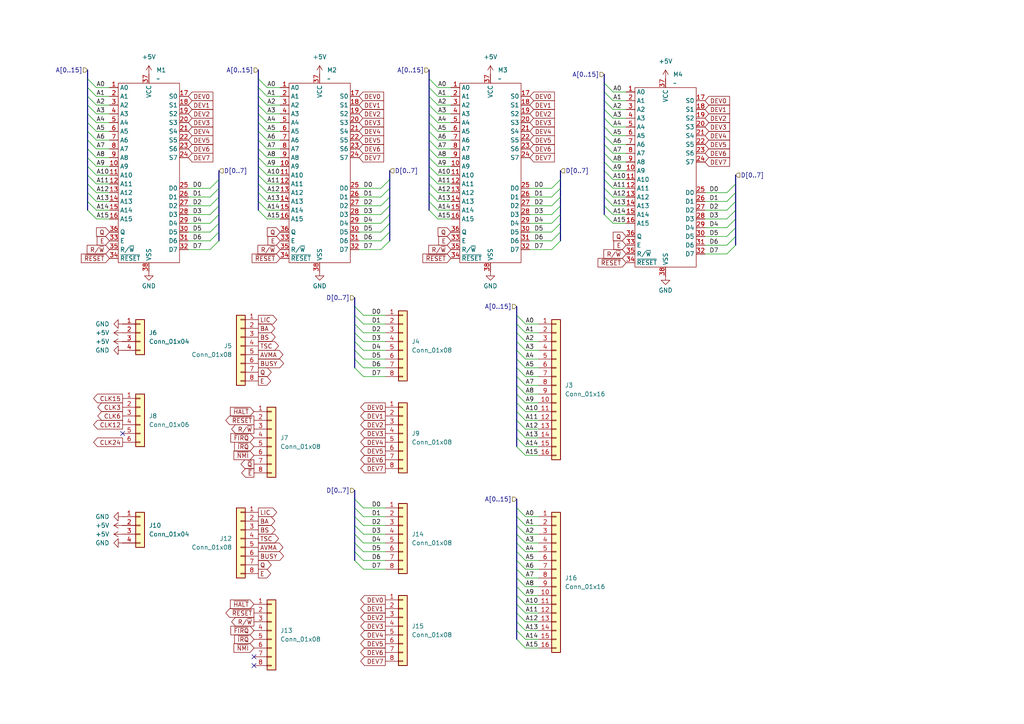
<source format=kicad_sch>
(kicad_sch (version 20250114) (generator "eeschema") (generator_version "9.0")
  (paper "A4")
  (no_connect (at 73.66 190.5))
  (no_connect (at 35.56 125.73))
  (no_connect (at 73.66 193.04))
  (bus_entry (at 149.86 106.68) (size 2.54 2.54))
  (bus_entry (at 124.46 33.02) (size 2.54 2.54))
  (bus_entry (at 149.86 147.32) (size 2.54 2.54))
  (bus_entry (at 149.86 104.14) (size 2.54 2.54))
  (bus_entry (at 74.93 50.8) (size 2.54 2.54))
  (bus_entry (at 74.93 60.96) (size 2.54 2.54))
  (bus_entry (at 213.36 60.96) (size -2.54 2.54))
  (bus_entry (at 149.86 165.1) (size 2.54 2.54))
  (bus_entry (at 149.86 109.22) (size 2.54 2.54))
  (bus_entry (at 25.4 22.86) (size 2.54 2.54))
  (bus_entry (at 74.93 33.02) (size 2.54 2.54))
  (bus_entry (at 124.46 60.96) (size 2.54 2.54))
  (bus_entry (at 175.26 62.23) (size 2.54 2.54))
  (bus_entry (at 149.86 99.06) (size 2.54 2.54))
  (bus_entry (at 74.93 25.4) (size 2.54 2.54))
  (bus_entry (at 175.26 39.37) (size 2.54 2.54))
  (bus_entry (at 149.86 162.56) (size 2.54 2.54))
  (bus_entry (at 175.26 41.91) (size 2.54 2.54))
  (bus_entry (at 149.86 149.86) (size 2.54 2.54))
  (bus_entry (at 175.26 54.61) (size 2.54 2.54))
  (bus_entry (at 175.26 29.21) (size 2.54 2.54))
  (bus_entry (at 25.4 40.64) (size 2.54 2.54))
  (bus_entry (at 63.5 54.61) (size -2.54 2.54))
  (bus_entry (at 25.4 58.42) (size 2.54 2.54))
  (bus_entry (at 124.46 48.26) (size 2.54 2.54))
  (bus_entry (at 25.4 43.18) (size 2.54 2.54))
  (bus_entry (at 124.46 45.72) (size 2.54 2.54))
  (bus_entry (at 175.26 59.69) (size 2.54 2.54))
  (bus_entry (at 124.46 35.56) (size 2.54 2.54))
  (bus_entry (at 25.4 55.88) (size 2.54 2.54))
  (bus_entry (at 124.46 30.48) (size 2.54 2.54))
  (bus_entry (at 175.26 26.67) (size 2.54 2.54))
  (bus_entry (at 113.03 54.61) (size -2.54 2.54))
  (bus_entry (at 25.4 33.02) (size 2.54 2.54))
  (bus_entry (at 162.56 59.69) (size -2.54 2.54))
  (bus_entry (at 25.4 38.1) (size 2.54 2.54))
  (bus_entry (at 113.03 57.15) (size -2.54 2.54))
  (bus_entry (at 149.86 175.26) (size 2.54 2.54))
  (bus_entry (at 124.46 22.86) (size 2.54 2.54))
  (bus_entry (at 162.56 64.77) (size -2.54 2.54))
  (bus_entry (at 149.86 172.72) (size 2.54 2.54))
  (bus_entry (at 175.26 44.45) (size 2.54 2.54))
  (bus_entry (at 149.86 180.34) (size 2.54 2.54))
  (bus_entry (at 124.46 25.4) (size 2.54 2.54))
  (bus_entry (at 113.03 62.23) (size -2.54 2.54))
  (bus_entry (at 149.86 91.44) (size 2.54 2.54))
  (bus_entry (at 113.03 64.77) (size -2.54 2.54))
  (bus_entry (at 124.46 27.94) (size 2.54 2.54))
  (bus_entry (at 25.4 48.26) (size 2.54 2.54))
  (bus_entry (at 175.26 31.75) (size 2.54 2.54))
  (bus_entry (at 74.93 22.86) (size 2.54 2.54))
  (bus_entry (at 113.03 69.85) (size -2.54 2.54))
  (bus_entry (at 102.87 152.4) (size 2.54 2.54))
  (bus_entry (at 102.87 162.56) (size 2.54 2.54))
  (bus_entry (at 102.87 147.32) (size 2.54 2.54))
  (bus_entry (at 149.86 157.48) (size 2.54 2.54))
  (bus_entry (at 149.86 129.54) (size 2.54 2.54))
  (bus_entry (at 63.5 59.69) (size -2.54 2.54))
  (bus_entry (at 149.86 170.18) (size 2.54 2.54))
  (bus_entry (at 149.86 114.3) (size 2.54 2.54))
  (bus_entry (at 149.86 116.84) (size 2.54 2.54))
  (bus_entry (at 63.5 69.85) (size -2.54 2.54))
  (bus_entry (at 63.5 67.31) (size -2.54 2.54))
  (bus_entry (at 74.93 53.34) (size 2.54 2.54))
  (bus_entry (at 162.56 62.23) (size -2.54 2.54))
  (bus_entry (at 102.87 99.06) (size 2.54 2.54))
  (bus_entry (at 149.86 96.52) (size 2.54 2.54))
  (bus_entry (at 25.4 53.34) (size 2.54 2.54))
  (bus_entry (at 149.86 182.88) (size 2.54 2.54))
  (bus_entry (at 74.93 30.48) (size 2.54 2.54))
  (bus_entry (at 175.26 36.83) (size 2.54 2.54))
  (bus_entry (at 25.4 45.72) (size 2.54 2.54))
  (bus_entry (at 124.46 58.42) (size 2.54 2.54))
  (bus_entry (at 102.87 154.94) (size 2.54 2.54))
  (bus_entry (at 102.87 93.98) (size 2.54 2.54))
  (bus_entry (at 102.87 106.68) (size 2.54 2.54))
  (bus_entry (at 102.87 88.9) (size 2.54 2.54))
  (bus_entry (at 102.87 157.48) (size 2.54 2.54))
  (bus_entry (at 102.87 160.02) (size 2.54 2.54))
  (bus_entry (at 162.56 67.31) (size -2.54 2.54))
  (bus_entry (at 213.36 53.34) (size -2.54 2.54))
  (bus_entry (at 175.26 46.99) (size 2.54 2.54))
  (bus_entry (at 124.46 55.88) (size 2.54 2.54))
  (bus_entry (at 149.86 177.8) (size 2.54 2.54))
  (bus_entry (at 149.86 167.64) (size 2.54 2.54))
  (bus_entry (at 175.26 24.13) (size 2.54 2.54))
  (bus_entry (at 149.86 111.76) (size 2.54 2.54))
  (bus_entry (at 113.03 67.31) (size -2.54 2.54))
  (bus_entry (at 102.87 149.86) (size 2.54 2.54))
  (bus_entry (at 149.86 124.46) (size 2.54 2.54))
  (bus_entry (at 213.36 55.88) (size -2.54 2.54))
  (bus_entry (at 149.86 127) (size 2.54 2.54))
  (bus_entry (at 74.93 45.72) (size 2.54 2.54))
  (bus_entry (at 213.36 68.58) (size -2.54 2.54))
  (bus_entry (at 175.26 57.15) (size 2.54 2.54))
  (bus_entry (at 74.93 55.88) (size 2.54 2.54))
  (bus_entry (at 175.26 34.29) (size 2.54 2.54))
  (bus_entry (at 113.03 52.07) (size -2.54 2.54))
  (bus_entry (at 149.86 160.02) (size 2.54 2.54))
  (bus_entry (at 149.86 93.98) (size 2.54 2.54))
  (bus_entry (at 74.93 43.18) (size 2.54 2.54))
  (bus_entry (at 74.93 40.64) (size 2.54 2.54))
  (bus_entry (at 162.56 52.07) (size -2.54 2.54))
  (bus_entry (at 124.46 53.34) (size 2.54 2.54))
  (bus_entry (at 149.86 152.4) (size 2.54 2.54))
  (bus_entry (at 102.87 96.52) (size 2.54 2.54))
  (bus_entry (at 149.86 119.38) (size 2.54 2.54))
  (bus_entry (at 63.5 64.77) (size -2.54 2.54))
  (bus_entry (at 213.36 58.42) (size -2.54 2.54))
  (bus_entry (at 102.87 144.78) (size 2.54 2.54))
  (bus_entry (at 162.56 57.15) (size -2.54 2.54))
  (bus_entry (at 74.93 27.94) (size 2.54 2.54))
  (bus_entry (at 113.03 59.69) (size -2.54 2.54))
  (bus_entry (at 175.26 49.53) (size 2.54 2.54))
  (bus_entry (at 124.46 43.18) (size 2.54 2.54))
  (bus_entry (at 124.46 40.64) (size 2.54 2.54))
  (bus_entry (at 25.4 25.4) (size 2.54 2.54))
  (bus_entry (at 63.5 62.23) (size -2.54 2.54))
  (bus_entry (at 162.56 69.85) (size -2.54 2.54))
  (bus_entry (at 213.36 66.04) (size -2.54 2.54))
  (bus_entry (at 102.87 104.14) (size 2.54 2.54))
  (bus_entry (at 149.86 101.6) (size 2.54 2.54))
  (bus_entry (at 124.46 38.1) (size 2.54 2.54))
  (bus_entry (at 102.87 91.44) (size 2.54 2.54))
  (bus_entry (at 162.56 54.61) (size -2.54 2.54))
  (bus_entry (at 149.86 154.94) (size 2.54 2.54))
  (bus_entry (at 25.4 50.8) (size 2.54 2.54))
  (bus_entry (at 63.5 52.07) (size -2.54 2.54))
  (bus_entry (at 213.36 63.5) (size -2.54 2.54))
  (bus_entry (at 102.87 101.6) (size 2.54 2.54))
  (bus_entry (at 25.4 27.94) (size 2.54 2.54))
  (bus_entry (at 74.93 38.1) (size 2.54 2.54))
  (bus_entry (at 74.93 35.56) (size 2.54 2.54))
  (bus_entry (at 124.46 50.8) (size 2.54 2.54))
  (bus_entry (at 25.4 60.96) (size 2.54 2.54))
  (bus_entry (at 25.4 35.56) (size 2.54 2.54))
  (bus_entry (at 63.5 57.15) (size -2.54 2.54))
  (bus_entry (at 74.93 48.26) (size 2.54 2.54))
  (bus_entry (at 74.93 58.42) (size 2.54 2.54))
  (bus_entry (at 25.4 30.48) (size 2.54 2.54))
  (bus_entry (at 175.26 52.07) (size 2.54 2.54))
  (bus_entry (at 149.86 121.92) (size 2.54 2.54))
  (bus_entry (at 213.36 71.12) (size -2.54 2.54))
  (bus_entry (at 149.86 185.42) (size 2.54 2.54))
  (wire (pts (xy 110.49 69.85) (xy 104.14 69.85)))
  (wire (pts (xy 27.94 50.8) (xy 31.75 50.8)))
  (bus (pts (xy 124.46 48.26) (xy 124.46 50.8)))
  (wire (pts (xy 81.28 43.18) (xy 77.47 43.18)))
  (bus (pts (xy 102.87 104.14) (xy 102.87 106.68)))
  (bus (pts (xy 124.46 20.32) (xy 124.46 22.86)))
  (wire (pts (xy 177.8 31.75) (xy 181.61 31.75)))
  (bus (pts (xy 124.46 33.02) (xy 124.46 35.56)))
  (wire (pts (xy 60.96 64.77) (xy 54.61 64.77)))
  (wire (pts (xy 130.81 53.34) (xy 127 53.34)))
  (bus (pts (xy 25.4 40.64) (xy 25.4 43.18)))
  (bus (pts (xy 25.4 45.72) (xy 25.4 48.26)))
  (wire (pts (xy 177.8 41.91) (xy 181.61 41.91)))
  (wire (pts (xy 27.94 40.64) (xy 31.75 40.64)))
  (bus (pts (xy 162.56 67.31) (xy 162.56 69.85)))
  (bus (pts (xy 102.87 157.48) (xy 102.87 160.02)))
  (bus (pts (xy 149.86 160.02) (xy 149.86 162.56)))
  (wire (pts (xy 156.21 162.56) (xy 152.4 162.56)))
  (bus (pts (xy 74.93 53.34) (xy 74.93 55.88)))
  (bus (pts (xy 149.86 116.84) (xy 149.86 119.38)))
  (wire (pts (xy 81.28 58.42) (xy 77.47 58.42)))
  (wire (pts (xy 81.28 48.26) (xy 77.47 48.26)))
  (bus (pts (xy 63.5 64.77) (xy 63.5 67.31)))
  (wire (pts (xy 130.81 58.42) (xy 127 58.42)))
  (wire (pts (xy 130.81 27.94) (xy 127 27.94)))
  (wire (pts (xy 27.94 35.56) (xy 31.75 35.56)))
  (bus (pts (xy 63.5 54.61) (xy 63.5 57.15)))
  (wire (pts (xy 156.21 127) (xy 152.4 127)))
  (wire (pts (xy 181.61 39.37) (xy 177.8 39.37)))
  (bus (pts (xy 25.4 22.86) (xy 25.4 25.4)))
  (bus (pts (xy 25.4 27.94) (xy 25.4 30.48)))
  (wire (pts (xy 152.4 124.46) (xy 156.21 124.46)))
  (wire (pts (xy 127 40.64) (xy 130.81 40.64)))
  (wire (pts (xy 181.61 54.61) (xy 177.8 54.61)))
  (wire (pts (xy 127 30.48) (xy 130.81 30.48)))
  (wire (pts (xy 60.96 69.85) (xy 54.61 69.85)))
  (wire (pts (xy 31.75 63.5) (xy 27.94 63.5)))
  (wire (pts (xy 31.75 48.26) (xy 27.94 48.26)))
  (wire (pts (xy 105.41 149.86) (xy 111.76 149.86)))
  (wire (pts (xy 177.8 46.99) (xy 181.61 46.99)))
  (wire (pts (xy 152.4 149.86) (xy 156.21 149.86)))
  (wire (pts (xy 152.4 175.26) (xy 156.21 175.26)))
  (wire (pts (xy 81.28 53.34) (xy 77.47 53.34)))
  (wire (pts (xy 110.49 59.69) (xy 104.14 59.69)))
  (bus (pts (xy 63.5 67.31) (xy 63.5 69.85)))
  (wire (pts (xy 160.02 69.85) (xy 153.67 69.85)))
  (wire (pts (xy 105.41 101.6) (xy 111.76 101.6)))
  (bus (pts (xy 149.86 88.9) (xy 149.86 91.44)))
  (bus (pts (xy 175.26 59.69) (xy 175.26 62.23)))
  (wire (pts (xy 156.21 116.84) (xy 152.4 116.84)))
  (wire (pts (xy 77.47 55.88) (xy 81.28 55.88)))
  (wire (pts (xy 160.02 62.23) (xy 153.67 62.23)))
  (bus (pts (xy 175.26 24.13) (xy 175.26 26.67)))
  (wire (pts (xy 156.21 177.8) (xy 152.4 177.8)))
  (bus (pts (xy 213.36 58.42) (xy 213.36 60.96)))
  (wire (pts (xy 152.4 114.3) (xy 156.21 114.3)))
  (wire (pts (xy 105.41 104.14) (xy 111.76 104.14)))
  (wire (pts (xy 177.8 26.67) (xy 181.61 26.67)))
  (bus (pts (xy 175.26 52.07) (xy 175.26 54.61)))
  (bus (pts (xy 63.5 59.69) (xy 63.5 62.23)))
  (wire (pts (xy 27.94 30.48) (xy 31.75 30.48)))
  (bus (pts (xy 113.03 57.15) (xy 113.03 59.69)))
  (wire (pts (xy 81.28 33.02) (xy 77.47 33.02)))
  (wire (pts (xy 31.75 58.42) (xy 27.94 58.42)))
  (wire (pts (xy 127 25.4) (xy 130.81 25.4)))
  (bus (pts (xy 113.03 64.77) (xy 113.03 67.31)))
  (bus (pts (xy 25.4 53.34) (xy 25.4 55.88)))
  (bus (pts (xy 149.86 91.44) (xy 149.86 93.98)))
  (bus (pts (xy 149.86 104.14) (xy 149.86 106.68)))
  (bus (pts (xy 124.46 38.1) (xy 124.46 40.64)))
  (wire (pts (xy 177.8 52.07) (xy 181.61 52.07)))
  (bus (pts (xy 74.93 55.88) (xy 74.93 58.42)))
  (wire (pts (xy 156.21 172.72) (xy 152.4 172.72)))
  (bus (pts (xy 175.26 26.67) (xy 175.26 29.21)))
  (wire (pts (xy 127 55.88) (xy 130.81 55.88)))
  (wire (pts (xy 156.21 157.48) (xy 152.4 157.48)))
  (wire (pts (xy 60.96 54.61) (xy 54.61 54.61)))
  (bus (pts (xy 25.4 25.4) (xy 25.4 27.94)))
  (bus (pts (xy 213.36 50.8) (xy 213.36 53.34)))
  (wire (pts (xy 110.49 62.23) (xy 104.14 62.23)))
  (wire (pts (xy 81.28 38.1) (xy 77.47 38.1)))
  (wire (pts (xy 127 60.96) (xy 130.81 60.96)))
  (wire (pts (xy 210.82 68.58) (xy 204.47 68.58)))
  (wire (pts (xy 105.41 152.4) (xy 111.76 152.4)))
  (bus (pts (xy 162.56 59.69) (xy 162.56 62.23)))
  (bus (pts (xy 113.03 52.07) (xy 113.03 54.61)))
  (bus (pts (xy 102.87 99.06) (xy 102.87 101.6)))
  (bus (pts (xy 149.86 170.18) (xy 149.86 172.72)))
  (bus (pts (xy 102.87 91.44) (xy 102.87 93.98)))
  (wire (pts (xy 81.28 63.5) (xy 77.47 63.5)))
  (wire (pts (xy 156.21 132.08) (xy 152.4 132.08)))
  (wire (pts (xy 31.75 33.02) (xy 27.94 33.02)))
  (bus (pts (xy 25.4 58.42) (xy 25.4 60.96)))
  (bus (pts (xy 213.36 66.04) (xy 213.36 68.58)))
  (bus (pts (xy 102.87 154.94) (xy 102.87 157.48)))
  (bus (pts (xy 102.87 93.98) (xy 102.87 96.52)))
  (bus (pts (xy 149.86 127) (xy 149.86 129.54)))
  (bus (pts (xy 149.86 172.72) (xy 149.86 175.26)))
  (wire (pts (xy 156.21 106.68) (xy 152.4 106.68)))
  (wire (pts (xy 105.41 109.22) (xy 111.76 109.22)))
  (wire (pts (xy 105.41 162.56) (xy 111.76 162.56)))
  (bus (pts (xy 25.4 55.88) (xy 25.4 58.42)))
  (bus (pts (xy 213.36 63.5) (xy 213.36 66.04)))
  (bus (pts (xy 149.86 109.22) (xy 149.86 111.76)))
  (wire (pts (xy 105.41 99.06) (xy 111.76 99.06)))
  (wire (pts (xy 77.47 30.48) (xy 81.28 30.48)))
  (bus (pts (xy 102.87 101.6) (xy 102.87 104.14)))
  (wire (pts (xy 160.02 57.15) (xy 153.67 57.15)))
  (bus (pts (xy 149.86 114.3) (xy 149.86 116.84)))
  (bus (pts (xy 102.87 149.86) (xy 102.87 152.4)))
  (wire (pts (xy 210.82 58.42) (xy 204.47 58.42)))
  (bus (pts (xy 149.86 124.46) (xy 149.86 127)))
  (bus (pts (xy 175.26 54.61) (xy 175.26 57.15)))
  (wire (pts (xy 31.75 27.94) (xy 27.94 27.94)))
  (bus (pts (xy 149.86 167.64) (xy 149.86 170.18)))
  (bus (pts (xy 149.86 96.52) (xy 149.86 99.06)))
  (bus (pts (xy 113.03 59.69) (xy 113.03 62.23)))
  (wire (pts (xy 105.41 91.44) (xy 111.76 91.44)))
  (bus (pts (xy 149.86 175.26) (xy 149.86 177.8)))
  (bus (pts (xy 124.46 45.72) (xy 124.46 48.26)))
  (bus (pts (xy 124.46 30.48) (xy 124.46 33.02)))
  (bus (pts (xy 25.4 30.48) (xy 25.4 33.02)))
  (bus (pts (xy 149.86 144.78) (xy 149.86 147.32)))
  (wire (pts (xy 60.96 62.23) (xy 54.61 62.23)))
  (wire (pts (xy 105.41 165.1) (xy 111.76 165.1)))
  (bus (pts (xy 63.5 52.07) (xy 63.5 54.61)))
  (bus (pts (xy 25.4 48.26) (xy 25.4 50.8)))
  (wire (pts (xy 31.75 43.18) (xy 27.94 43.18)))
  (wire (pts (xy 152.4 93.98) (xy 156.21 93.98)))
  (bus (pts (xy 213.36 68.58) (xy 213.36 71.12)))
  (bus (pts (xy 124.46 58.42) (xy 124.46 60.96)))
  (wire (pts (xy 105.41 154.94) (xy 111.76 154.94)))
  (wire (pts (xy 77.47 40.64) (xy 81.28 40.64)))
  (bus (pts (xy 149.86 157.48) (xy 149.86 160.02)))
  (bus (pts (xy 124.46 35.56) (xy 124.46 38.1)))
  (wire (pts (xy 181.61 64.77) (xy 177.8 64.77)))
  (wire (pts (xy 77.47 35.56) (xy 81.28 35.56)))
  (bus (pts (xy 175.26 31.75) (xy 175.26 34.29)))
  (bus (pts (xy 102.87 160.02) (xy 102.87 162.56)))
  (bus (pts (xy 74.93 22.86) (xy 74.93 25.4)))
  (wire (pts (xy 160.02 67.31) (xy 153.67 67.31)))
  (wire (pts (xy 210.82 55.88) (xy 204.47 55.88)))
  (bus (pts (xy 149.86 182.88) (xy 149.86 185.42)))
  (bus (pts (xy 149.86 147.32) (xy 149.86 149.86)))
  (wire (pts (xy 156.21 96.52) (xy 152.4 96.52)))
  (bus (pts (xy 102.87 96.52) (xy 102.87 99.06)))
  (wire (pts (xy 156.21 121.92) (xy 152.4 121.92)))
  (bus (pts (xy 74.93 25.4) (xy 74.93 27.94)))
  (bus (pts (xy 149.86 93.98) (xy 149.86 96.52)))
  (wire (pts (xy 156.21 111.76) (xy 152.4 111.76)))
  (bus (pts (xy 149.86 106.68) (xy 149.86 109.22)))
  (wire (pts (xy 152.4 165.1) (xy 156.21 165.1)))
  (bus (pts (xy 63.5 49.53) (xy 63.5 52.07)))
  (wire (pts (xy 181.61 49.53) (xy 177.8 49.53)))
  (bus (pts (xy 162.56 54.61) (xy 162.56 57.15)))
  (bus (pts (xy 162.56 57.15) (xy 162.56 59.69)))
  (wire (pts (xy 110.49 57.15) (xy 104.14 57.15)))
  (bus (pts (xy 149.86 165.1) (xy 149.86 167.64)))
  (wire (pts (xy 105.41 96.52) (xy 111.76 96.52)))
  (bus (pts (xy 74.93 38.1) (xy 74.93 40.64)))
  (bus (pts (xy 102.87 86.36) (xy 102.87 88.9)))
  (wire (pts (xy 130.81 38.1) (xy 127 38.1)))
  (wire (pts (xy 210.82 73.66) (xy 204.47 73.66)))
  (wire (pts (xy 60.96 72.39) (xy 54.61 72.39)))
  (wire (pts (xy 152.4 160.02) (xy 156.21 160.02)))
  (wire (pts (xy 152.4 119.38) (xy 156.21 119.38)))
  (bus (pts (xy 74.93 33.02) (xy 74.93 35.56)))
  (wire (pts (xy 127 50.8) (xy 130.81 50.8)))
  (wire (pts (xy 105.41 160.02) (xy 111.76 160.02)))
  (bus (pts (xy 63.5 57.15) (xy 63.5 59.69)))
  (bus (pts (xy 25.4 33.02) (xy 25.4 35.56)))
  (bus (pts (xy 74.93 43.18) (xy 74.93 45.72)))
  (bus (pts (xy 74.93 45.72) (xy 74.93 48.26)))
  (wire (pts (xy 156.21 187.96) (xy 152.4 187.96)))
  (bus (pts (xy 102.87 88.9) (xy 102.87 91.44)))
  (wire (pts (xy 177.8 57.15) (xy 181.61 57.15)))
  (bus (pts (xy 74.93 35.56) (xy 74.93 38.1)))
  (wire (pts (xy 181.61 29.21) (xy 177.8 29.21)))
  (bus (pts (xy 102.87 144.78) (xy 102.87 147.32)))
  (wire (pts (xy 105.41 157.48) (xy 111.76 157.48)))
  (bus (pts (xy 213.36 60.96) (xy 213.36 63.5)))
  (bus (pts (xy 124.46 27.94) (xy 124.46 30.48)))
  (wire (pts (xy 110.49 64.77) (xy 104.14 64.77)))
  (wire (pts (xy 160.02 54.61) (xy 153.67 54.61)))
  (wire (pts (xy 210.82 66.04) (xy 204.47 66.04)))
  (wire (pts (xy 156.21 152.4) (xy 152.4 152.4)))
  (bus (pts (xy 74.93 48.26) (xy 74.93 50.8)))
  (bus (pts (xy 213.36 53.34) (xy 213.36 55.88)))
  (bus (pts (xy 102.87 152.4) (xy 102.87 154.94)))
  (wire (pts (xy 210.82 71.12) (xy 204.47 71.12)))
  (bus (pts (xy 149.86 180.34) (xy 149.86 182.88)))
  (wire (pts (xy 177.8 62.23) (xy 181.61 62.23)))
  (wire (pts (xy 130.81 33.02) (xy 127 33.02)))
  (wire (pts (xy 160.02 59.69) (xy 153.67 59.69)))
  (bus (pts (xy 74.93 27.94) (xy 74.93 30.48)))
  (wire (pts (xy 152.4 129.54) (xy 156.21 129.54)))
  (bus (pts (xy 25.4 38.1) (xy 25.4 40.64)))
  (bus (pts (xy 162.56 62.23) (xy 162.56 64.77)))
  (bus (pts (xy 124.46 43.18) (xy 124.46 45.72)))
  (bus (pts (xy 175.26 41.91) (xy 175.26 44.45)))
  (wire (pts (xy 210.82 63.5) (xy 204.47 63.5)))
  (wire (pts (xy 152.4 170.18) (xy 156.21 170.18)))
  (bus (pts (xy 25.4 50.8) (xy 25.4 53.34)))
  (bus (pts (xy 149.86 119.38) (xy 149.86 121.92)))
  (bus (pts (xy 149.86 177.8) (xy 149.86 180.34)))
  (wire (pts (xy 77.47 25.4) (xy 81.28 25.4)))
  (wire (pts (xy 110.49 67.31) (xy 104.14 67.31)))
  (bus (pts (xy 213.36 55.88) (xy 213.36 58.42)))
  (wire (pts (xy 152.4 154.94) (xy 156.21 154.94)))
  (wire (pts (xy 27.94 45.72) (xy 31.75 45.72)))
  (bus (pts (xy 149.86 162.56) (xy 149.86 165.1)))
  (bus (pts (xy 149.86 121.92) (xy 149.86 124.46)))
  (wire (pts (xy 27.94 55.88) (xy 31.75 55.88)))
  (wire (pts (xy 152.4 185.42) (xy 156.21 185.42)))
  (bus (pts (xy 175.26 21.59) (xy 175.26 24.13)))
  (wire (pts (xy 60.96 67.31) (xy 54.61 67.31)))
  (bus (pts (xy 74.93 40.64) (xy 74.93 43.18)))
  (bus (pts (xy 175.26 57.15) (xy 175.26 59.69)))
  (bus (pts (xy 124.46 40.64) (xy 124.46 43.18)))
  (bus (pts (xy 175.26 36.83) (xy 175.26 39.37)))
  (bus (pts (xy 175.26 49.53) (xy 175.26 52.07)))
  (bus (pts (xy 124.46 25.4) (xy 124.46 27.94)))
  (wire (pts (xy 60.96 59.69) (xy 54.61 59.69)))
  (wire (pts (xy 156.21 101.6) (xy 152.4 101.6)))
  (bus (pts (xy 149.86 154.94) (xy 149.86 157.48)))
  (wire (pts (xy 105.41 93.98) (xy 111.76 93.98)))
  (wire (pts (xy 105.41 147.32) (xy 111.76 147.32)))
  (bus (pts (xy 113.03 67.31) (xy 113.03 69.85)))
  (wire (pts (xy 181.61 34.29) (xy 177.8 34.29)))
  (wire (pts (xy 152.4 180.34) (xy 156.21 180.34)))
  (wire (pts (xy 27.94 25.4) (xy 31.75 25.4)))
  (bus (pts (xy 149.86 149.86) (xy 149.86 152.4)))
  (bus (pts (xy 74.93 20.32) (xy 74.93 22.86)))
  (bus (pts (xy 102.87 142.24) (xy 102.87 144.78)))
  (wire (pts (xy 181.61 44.45) (xy 177.8 44.45)))
  (bus (pts (xy 162.56 64.77) (xy 162.56 67.31)))
  (wire (pts (xy 181.61 59.69) (xy 177.8 59.69)))
  (wire (pts (xy 156.21 167.64) (xy 152.4 167.64)))
  (bus (pts (xy 74.93 30.48) (xy 74.93 33.02)))
  (bus (pts (xy 25.4 43.18) (xy 25.4 45.72)))
  (wire (pts (xy 130.81 43.18) (xy 127 43.18)))
  (bus (pts (xy 74.93 50.8) (xy 74.93 53.34)))
  (wire (pts (xy 31.75 38.1) (xy 27.94 38.1)))
  (wire (pts (xy 177.8 36.83) (xy 181.61 36.83)))
  (bus (pts (xy 113.03 62.23) (xy 113.03 64.77)))
  (wire (pts (xy 105.41 106.68) (xy 111.76 106.68)))
  (bus (pts (xy 63.5 62.23) (xy 63.5 64.77)))
  (bus (pts (xy 149.86 101.6) (xy 149.86 104.14)))
  (bus (pts (xy 124.46 50.8) (xy 124.46 53.34)))
  (wire (pts (xy 156.21 182.88) (xy 152.4 182.88)))
  (wire (pts (xy 110.49 54.61) (xy 104.14 54.61)))
  (bus (pts (xy 25.4 35.56) (xy 25.4 38.1)))
  (bus (pts (xy 175.26 46.99) (xy 175.26 49.53)))
  (wire (pts (xy 160.02 72.39) (xy 153.67 72.39)))
  (wire (pts (xy 160.02 64.77) (xy 153.67 64.77)))
  (wire (pts (xy 127 35.56) (xy 130.81 35.56)))
  (bus (pts (xy 113.03 49.53) (xy 113.03 52.07)))
  (bus (pts (xy 149.86 111.76) (xy 149.86 114.3)))
  (wire (pts (xy 130.81 48.26) (xy 127 48.26)))
  (wire (pts (xy 127 45.72) (xy 130.81 45.72)))
  (bus (pts (xy 175.26 34.29) (xy 175.26 36.83)))
  (wire (pts (xy 152.4 99.06) (xy 156.21 99.06)))
  (wire (pts (xy 27.94 60.96) (xy 31.75 60.96)))
  (wire (pts (xy 60.96 57.15) (xy 54.61 57.15)))
  (bus (pts (xy 175.26 39.37) (xy 175.26 41.91)))
  (bus (pts (xy 149.86 99.06) (xy 149.86 101.6)))
  (bus (pts (xy 113.03 54.61) (xy 113.03 57.15)))
  (wire (pts (xy 77.47 50.8) (xy 81.28 50.8)))
  (bus (pts (xy 102.87 147.32) (xy 102.87 149.86)))
  (bus (pts (xy 124.46 22.86) (xy 124.46 25.4)))
  (wire (pts (xy 152.4 109.22) (xy 156.21 109.22)))
  (wire (pts (xy 152.4 104.14) (xy 156.21 104.14)))
  (wire (pts (xy 31.75 53.34) (xy 27.94 53.34)))
  (bus (pts (xy 124.46 55.88) (xy 124.46 58.42)))
  (bus (pts (xy 162.56 52.07) (xy 162.56 54.61)))
  (bus (pts (xy 25.4 20.32) (xy 25.4 22.86)))
  (bus (pts (xy 149.86 152.4) (xy 149.86 154.94)))
  (bus (pts (xy 162.56 49.53) (xy 162.56 52.07)))
  (wire (pts (xy 210.82 60.96) (xy 204.47 60.96)))
  (wire (pts (xy 110.49 72.39) (xy 104.14 72.39)))
  (bus (pts (xy 124.46 53.34) (xy 124.46 55.88)))
  (bus (pts (xy 74.93 58.42) (xy 74.93 60.96)))
  (bus (pts (xy 175.26 44.45) (xy 175.26 46.99)))
  (wire (pts (xy 77.47 60.96) (xy 81.28 60.96)))
  (wire (pts (xy 81.28 27.94) (xy 77.47 27.94)))
  (wire (pts (xy 130.81 63.5) (xy 127 63.5)))
  (wire (pts (xy 77.47 45.72) (xy 81.28 45.72)))
  (bus (pts (xy 175.26 29.21) (xy 175.26 31.75)))
  (label "A4" (at 27.94 35.56 0))
  (label "A0" (at 177.8 26.67 0))
  (label "D2" (at 105.41 59.69 0))
  (label "D5" (at 154.94 67.31 0))
  (label "A15" (at 27.94 63.5 0))
  (label "D6" (at 110.49 162.56 180))
  (label "A1" (at 27.94 27.94 0))
  (label "A0" (at 152.4 93.98 0))
  (label "D7" (at 154.94 72.39 0))
  (label "A11" (at 152.4 121.92 0))
  (label "D4" (at 205.74 66.04 0))
  (label "A3" (at 152.4 101.6 0))
  (label "D0" (at 55.88 54.61 0))
  (label "A7" (at 152.4 167.64 0))
  (label "A6" (at 177.8 41.91 0))
  (label "A4" (at 127 35.56 0))
  (label "A13" (at 152.4 127 0))
  (label "D5" (at 110.49 104.14 180))
  (label "D0" (at 110.49 147.32 180))
  (label "A10" (at 152.4 175.26 0))
  (label "A12" (at 152.4 124.46 0))
  (label "D2" (at 154.94 59.69 0))
  (label "A15" (at 152.4 132.08 0))
  (label "D4" (at 105.41 64.77 0))
  (label "D1" (at 55.88 57.15 0))
  (label "D3" (at 110.49 99.06 180))
  (label "D1" (at 110.49 149.86 180))
  (label "A7" (at 177.8 44.45 0))
  (label "A1" (at 77.47 27.94 0))
  (label "A9" (at 77.47 48.26 0))
  (label "A2" (at 177.8 31.75 0))
  (label "A0" (at 77.47 25.4 0))
  (label "A9" (at 27.94 48.26 0))
  (label "A9" (at 127 48.26 0))
  (label "A4" (at 177.8 36.83 0))
  (label "A4" (at 77.47 35.56 0))
  (label "A6" (at 27.94 40.64 0))
  (label "A14" (at 152.4 185.42 0))
  (label "A6" (at 152.4 165.1 0))
  (label "D2" (at 110.49 152.4 180))
  (label "A9" (at 152.4 116.84 0))
  (label "D1" (at 110.49 93.98 180))
  (label "D3" (at 105.41 62.23 0))
  (label "A8" (at 152.4 114.3 0))
  (label "A2" (at 127 30.48 0))
  (label "A5" (at 77.47 38.1 0))
  (label "A10" (at 152.4 119.38 0))
  (label "A8" (at 27.94 45.72 0))
  (label "D2" (at 205.74 60.96 0))
  (label "A2" (at 77.47 30.48 0))
  (label "A2" (at 152.4 154.94 0))
  (label "A7" (at 127 43.18 0))
  (label "A0" (at 127 25.4 0))
  (label "A5" (at 152.4 106.68 0))
  (label "D4" (at 154.94 64.77 0))
  (label "A14" (at 177.8 62.23 0))
  (label "A2" (at 27.94 30.48 0))
  (label "A11" (at 177.8 54.61 0))
  (label "D4" (at 110.49 101.6 180))
  (label "D6" (at 110.49 106.68 180))
  (label "D6" (at 105.41 69.85 0))
  (label "A5" (at 152.4 162.56 0))
  (label "A6" (at 152.4 109.22 0))
  (label "A13" (at 177.8 59.69 0))
  (label "A6" (at 77.47 40.64 0))
  (label "D6" (at 205.74 71.12 0))
  (label "A14" (at 27.94 60.96 0))
  (label "D1" (at 105.41 57.15 0))
  (label "A8" (at 77.47 45.72 0))
  (label "D3" (at 110.49 154.94 180))
  (label "A10" (at 27.94 50.8 0))
  (label "D6" (at 55.88 69.85 0))
  (label "A14" (at 152.4 129.54 0))
  (label "A11" (at 77.47 53.34 0))
  (label "A3" (at 27.94 33.02 0))
  (label "A8" (at 127 45.72 0))
  (label "A11" (at 127 53.34 0))
  (label "D5" (at 110.49 160.02 180))
  (label "A12" (at 127 55.88 0))
  (label "A0" (at 27.94 25.4 0))
  (label "D0" (at 105.41 54.61 0))
  (label "A5" (at 127 38.1 0))
  (label "A10" (at 127 50.8 0))
  (label "D7" (at 110.49 109.22 180))
  (label "A15" (at 77.47 63.5 0))
  (label "A1" (at 152.4 96.52 0))
  (label "A12" (at 27.94 55.88 0))
  (label "A3" (at 152.4 157.48 0))
  (label "A11" (at 27.94 53.34 0))
  (label "A6" (at 127 40.64 0))
  (label "A12" (at 152.4 180.34 0))
  (label "D7" (at 55.88 72.39 0))
  (label "A7" (at 77.47 43.18 0))
  (label "D5" (at 205.74 68.58 0))
  (label "D0" (at 110.49 91.44 180))
  (label "A13" (at 152.4 182.88 0))
  (label "A7" (at 152.4 111.76 0))
  (label "A2" (at 152.4 99.06 0))
  (label "A7" (at 27.94 43.18 0))
  (label "D5" (at 55.88 67.31 0))
  (label "A4" (at 152.4 160.02 0))
  (label "A1" (at 177.8 29.21 0))
  (label "D7" (at 110.49 165.1 180))
  (label "A1" (at 152.4 152.4 0))
  (label "D2" (at 110.49 96.52 180))
  (label "A15" (at 152.4 187.96 0))
  (label "A9" (at 177.8 49.53 0))
  (label "A13" (at 127 58.42 0))
  (label "A15" (at 127 63.5 0))
  (label "A8" (at 177.8 46.99 0))
  (label "A3" (at 177.8 34.29 0))
  (label "D7" (at 205.74 73.66 0))
  (label "A13" (at 77.47 58.42 0))
  (label "A3" (at 127 33.02 0))
  (label "A1" (at 127 27.94 0))
  (label "D7" (at 105.41 72.39 0))
  (label "A12" (at 77.47 55.88 0))
  (label "D0" (at 154.94 54.61 0))
  (label "D4" (at 110.49 157.48 180))
  (label "A12" (at 177.8 57.15 0))
  (label "D3" (at 154.94 62.23 0))
  (label "A4" (at 152.4 104.14 0))
  (label "A5" (at 27.94 38.1 0))
  (label "A11" (at 152.4 177.8 0))
  (label "A0" (at 152.4 149.86 0))
  (label "A10" (at 177.8 52.07 0))
  (label "A10" (at 77.47 50.8 0))
  (label "D4" (at 55.88 64.77 0))
  (label "A3" (at 77.47 33.02 0))
  (label "D5" (at 105.41 67.31 0))
  (label "A15" (at 177.8 64.77 0))
  (label "A14" (at 77.47 60.96 0))
  (label "D1" (at 154.94 57.15 0))
  (label "A8" (at 152.4 170.18 0))
  (label "D1" (at 205.74 58.42 0))
  (label "D3" (at 205.74 63.5 0))
  (label "A14" (at 127 60.96 0))
  (label "D2" (at 55.88 59.69 0))
  (label "A13" (at 27.94 58.42 0))
  (label "A9" (at 152.4 172.72 0))
  (label "D6" (at 154.94 69.85 0))
  (label "D3" (at 55.88 62.23 0))
  (label "A5" (at 177.8 39.37 0))
  (label "D0" (at 205.74 55.88 0))
  (global_label "~{RESET}" (shape input) (at 130.81 74.93 180) (property "Intersheetrefs" "${INTERSHEET_REFS}" (effects (hide yes))))
  (global_label "DEV7" (shape input) (at 204.47 46.99 0) (property "Intersheetrefs" "${INTERSHEET_REFS}" (effects (hide yes))))
  (global_label "CLK15" (shape output) (at 35.56 115.57 180) (property "Intersheetrefs" "${INTERSHEET_REFS}" (effects (hide yes))))
  (global_label "R{slash}~{W}" (shape input) (at 81.28 72.39 180) (property "Intersheetrefs" "${INTERSHEET_REFS}" (effects (hide yes))))
  (global_label "DEV5" (shape output) (at 111.76 186.69 180) (property "Intersheetrefs" "${INTERSHEET_REFS}" (effects (hide yes))))
  (global_label "DEV5" (shape input) (at 104.14 40.64 0) (property "Intersheetrefs" "${INTERSHEET_REFS}" (effects (hide yes))))
  (global_label "Q" (shape input) (at 81.28 67.31 180) (property "Intersheetrefs" "${INTERSHEET_REFS}" (effects (hide yes))))
  (global_label "DEV1" (shape output) (at 111.76 176.53 180) (property "Intersheetrefs" "${INTERSHEET_REFS}" (effects (hide yes))))
  (global_label "DEV0" (shape output) (at 111.76 173.99 180) (property "Intersheetrefs" "${INTERSHEET_REFS}" (effects (hide yes))))
  (global_label "TSC" (shape output) (at 74.93 156.21 0) (property "Intersheetrefs" "${INTERSHEET_REFS}" (effects (hide yes))))
  (global_label "~{Q}" (shape output) (at 73.66 134.62 180) (property "Intersheetrefs" "${INTERSHEET_REFS}" (effects (hide yes))))
  (global_label "DEV6" (shape output) (at 111.76 189.23 180) (property "Intersheetrefs" "${INTERSHEET_REFS}" (effects (hide yes))))
  (global_label "~{IRQ}" (shape input) (at 73.66 185.42 180) (property "Intersheetrefs" "${INTERSHEET_REFS}" (effects (hide yes))))
  (global_label "DEV6" (shape output) (at 111.76 133.35 180) (property "Intersheetrefs" "${INTERSHEET_REFS}" (effects (hide yes))))
  (global_label "DEV0" (shape input) (at 104.14 27.94 0) (property "Intersheetrefs" "${INTERSHEET_REFS}" (effects (hide yes))))
  (global_label "R{slash}~{W}" (shape output) (at 73.66 180.34 180) (property "Intersheetrefs" "${INTERSHEET_REFS}" (effects (hide yes))))
  (global_label "R{slash}~{W}" (shape input) (at 31.75 72.39 180) (property "Intersheetrefs" "${INTERSHEET_REFS}" (effects (hide yes))))
  (global_label "DEV1" (shape output) (at 111.76 120.65 180) (property "Intersheetrefs" "${INTERSHEET_REFS}" (effects (hide yes))))
  (global_label "DEV4" (shape input) (at 104.14 38.1 0) (property "Intersheetrefs" "${INTERSHEET_REFS}" (effects (hide yes))))
  (global_label "BA" (shape output) (at 74.93 151.13 0) (property "Intersheetrefs" "${INTERSHEET_REFS}" (effects (hide yes))))
  (global_label "DEV2" (shape output) (at 111.76 179.07 180) (property "Intersheetrefs" "${INTERSHEET_REFS}" (effects (hide yes))))
  (global_label "CLK3" (shape output) (at 35.56 118.11 180) (property "Intersheetrefs" "${INTERSHEET_REFS}" (effects (hide yes))))
  (global_label "E" (shape input) (at 31.75 69.85 180) (property "Intersheetrefs" "${INTERSHEET_REFS}" (effects (hide yes))))
  (global_label "DEV1" (shape input) (at 54.61 30.48 0) (property "Intersheetrefs" "${INTERSHEET_REFS}" (effects (hide yes))))
  (global_label "DEV0" (shape input) (at 153.67 27.94 0) (property "Intersheetrefs" "${INTERSHEET_REFS}" (effects (hide yes))))
  (global_label "Q" (shape output) (at 74.93 107.95 0) (property "Intersheetrefs" "${INTERSHEET_REFS}" (effects (hide yes))))
  (global_label "DEV0" (shape input) (at 54.61 27.94 0) (property "Intersheetrefs" "${INTERSHEET_REFS}" (effects (hide yes))))
  (global_label "DEV3" (shape input) (at 54.61 35.56 0) (property "Intersheetrefs" "${INTERSHEET_REFS}" (effects (hide yes))))
  (global_label "R{slash}~{W}" (shape input) (at 181.61 73.66 180) (property "Intersheetrefs" "${INTERSHEET_REFS}" (effects (hide yes))))
  (global_label "E" (shape input) (at 81.28 69.85 180) (property "Intersheetrefs" "${INTERSHEET_REFS}" (effects (hide yes))))
  (global_label "AVMA" (shape output) (at 74.93 158.75 0) (property "Intersheetrefs" "${INTERSHEET_REFS}" (effects (hide yes))))
  (global_label "BUSY" (shape output) (at 74.93 105.41 0) (property "Intersheetrefs" "${INTERSHEET_REFS}" (effects (hide yes))))
  (global_label "DEV7" (shape output) (at 111.76 191.77 180) (property "Intersheetrefs" "${INTERSHEET_REFS}" (effects (hide yes))))
  (global_label "~{RESET}" (shape output) (at 73.66 121.92 180) (property "Intersheetrefs" "${INTERSHEET_REFS}" (effects (hide yes))))
  (global_label "E" (shape input) (at 130.81 69.85 180) (property "Intersheetrefs" "${INTERSHEET_REFS}" (effects (hide yes))))
  (global_label "DEV7" (shape output) (at 111.76 135.89 180) (property "Intersheetrefs" "${INTERSHEET_REFS}" (effects (hide yes))))
  (global_label "DEV6" (shape input) (at 54.61 43.18 0) (property "Intersheetrefs" "${INTERSHEET_REFS}" (effects (hide yes))))
  (global_label "LIC" (shape output) (at 74.93 148.59 0) (property "Intersheetrefs" "${INTERSHEET_REFS}" (effects (hide yes))))
  (global_label "DEV4" (shape input) (at 204.47 39.37 0) (property "Intersheetrefs" "${INTERSHEET_REFS}" (effects (hide yes))))
  (global_label "CLK6" (shape output) (at 35.56 120.65 180) (property "Intersheetrefs" "${INTERSHEET_REFS}" (effects (hide yes))))
  (global_label "~{NMI}" (shape input) (at 73.66 187.96 180) (property "Intersheetrefs" "${INTERSHEET_REFS}" (effects (hide yes))))
  (global_label "DEV4" (shape input) (at 54.61 38.1 0) (property "Intersheetrefs" "${INTERSHEET_REFS}" (effects (hide yes))))
  (global_label "R{slash}~{W}" (shape output) (at 73.66 124.46 180) (property "Intersheetrefs" "${INTERSHEET_REFS}" (effects (hide yes))))
  (global_label "BS" (shape output) (at 74.93 97.79 0) (property "Intersheetrefs" "${INTERSHEET_REFS}" (effects (hide yes))))
  (global_label "DEV0" (shape input) (at 204.47 29.21 0) (property "Intersheetrefs" "${INTERSHEET_REFS}" (effects (hide yes))))
  (global_label "DEV5" (shape input) (at 153.67 40.64 0) (property "Intersheetrefs" "${INTERSHEET_REFS}" (effects (hide yes))))
  (global_label "~{RESET}" (shape output) (at 73.66 177.8 180) (property "Intersheetrefs" "${INTERSHEET_REFS}" (effects (hide yes))))
  (global_label "~{FIRQ}" (shape input) (at 73.66 127 180) (property "Intersheetrefs" "${INTERSHEET_REFS}" (effects (hide yes))))
  (global_label "DEV3" (shape input) (at 104.14 35.56 0) (property "Intersheetrefs" "${INTERSHEET_REFS}" (effects (hide yes))))
  (global_label "~{IRQ}" (shape input) (at 73.66 129.54 180) (property "Intersheetrefs" "${INTERSHEET_REFS}" (effects (hide yes))))
  (global_label "DEV3" (shape output) (at 111.76 181.61 180) (property "Intersheetrefs" "${INTERSHEET_REFS}" (effects (hide yes))))
  (global_label "Q" (shape input) (at 130.81 67.31 180) (property "Intersheetrefs" "${INTERSHEET_REFS}" (effects (hide yes))))
  (global_label "CLK24" (shape output) (at 35.56 128.27 180) (property "Intersheetrefs" "${INTERSHEET_REFS}" (effects (hide yes))))
  (global_label "Q" (shape output) (at 74.93 163.83 0) (property "Intersheetrefs" "${INTERSHEET_REFS}" (effects (hide yes))))
  (global_label "DEV6" (shape input) (at 204.47 44.45 0) (property "Intersheetrefs" "${INTERSHEET_REFS}" (effects (hide yes))))
  (global_label "~{RESET}" (shape input) (at 81.28 74.93 180) (property "Intersheetrefs" "${INTERSHEET_REFS}" (effects (hide yes))))
  (global_label "DEV7" (shape input) (at 104.14 45.72 0) (property "Intersheetrefs" "${INTERSHEET_REFS}" (effects (hide yes))))
  (global_label "DEV7" (shape input) (at 153.67 45.72 0) (property "Intersheetrefs" "${INTERSHEET_REFS}" (effects (hide yes))))
  (global_label "DEV2" (shape input) (at 54.61 33.02 0) (property "Intersheetrefs" "${INTERSHEET_REFS}" (effects (hide yes))))
  (global_label "~{RESET}" (shape input) (at 31.75 74.93 180) (property "Intersheetrefs" "${INTERSHEET_REFS}" (effects (hide yes))))
  (global_label "E" (shape output) (at 74.93 110.49 0) (property "Intersheetrefs" "${INTERSHEET_REFS}" (effects (hide yes))))
  (global_label "E" (shape input) (at 181.61 71.12 180) (property "Intersheetrefs" "${INTERSHEET_REFS}" (effects (hide yes))))
  (global_label "LIC" (shape output) (at 74.93 92.71 0) (property "Intersheetrefs" "${INTERSHEET_REFS}" (effects (hide yes))))
  (global_label "DEV7" (shape input) (at 54.61 45.72 0) (property "Intersheetrefs" "${INTERSHEET_REFS}" (effects (hide yes))))
  (global_label "TSC" (shape output) (at 74.93 100.33 0) (property "Intersheetrefs" "${INTERSHEET_REFS}" (effects (hide yes))))
  (global_label "DEV6" (shape input) (at 104.14 43.18 0) (property "Intersheetrefs" "${INTERSHEET_REFS}" (effects (hide yes))))
  (global_label "BUSY" (shape output) (at 74.93 161.29 0) (property "Intersheetrefs" "${INTERSHEET_REFS}" (effects (hide yes))))
  (global_label "~{HALT}" (shape input) (at 73.66 175.26 180) (property "Intersheetrefs" "${INTERSHEET_REFS}" (effects (hide yes))))
  (global_label "~{FIRQ}" (shape input) (at 73.66 182.88 180) (property "Intersheetrefs" "${INTERSHEET_REFS}" (effects (hide yes))))
  (global_label "DEV2" (shape output) (at 111.76 123.19 180) (property "Intersheetrefs" "${INTERSHEET_REFS}" (effects (hide yes))))
  (global_label "BA" (shape output) (at 74.93 95.25 0) (property "Intersheetrefs" "${INTERSHEET_REFS}" (effects (hide yes))))
  (global_label "DEV1" (shape input) (at 153.67 30.48 0) (property "Intersheetrefs" "${INTERSHEET_REFS}" (effects (hide yes))))
  (global_label "AVMA" (shape output) (at 74.93 102.87 0) (property "Intersheetrefs" "${INTERSHEET_REFS}" (effects (hide yes))))
  (global_label "DEV2" (shape input) (at 153.67 33.02 0) (property "Intersheetrefs" "${INTERSHEET_REFS}" (effects (hide yes))))
  (global_label "CLK12" (shape output) (at 35.56 123.19 180) (property "Intersheetrefs" "${INTERSHEET_REFS}" (effects (hide yes))))
  (global_label "DEV4" (shape input) (at 153.67 38.1 0) (property "Intersheetrefs" "${INTERSHEET_REFS}" (effects (hide yes))))
  (global_label "DEV5" (shape output) (at 111.76 130.81 180) (property "Intersheetrefs" "${INTERSHEET_REFS}" (effects (hide yes))))
  (global_label "Q" (shape input) (at 181.61 68.58 180) (property "Intersheetrefs" "${INTERSHEET_REFS}" (effects (hide yes))))
  (global_label "DEV2" (shape input) (at 104.14 33.02 0) (property "Intersheetrefs" "${INTERSHEET_REFS}" (effects (hide yes))))
  (global_label "DEV6" (shape input) (at 153.67 43.18 0) (property "Intersheetrefs" "${INTERSHEET_REFS}" (effects (hide yes))))
  (global_label "~{RESET}" (shape input) (at 181.61 76.2 180) (property "Intersheetrefs" "${INTERSHEET_REFS}" (effects (hide yes))))
  (global_label "E" (shape output) (at 74.93 166.37 0) (property "Intersheetrefs" "${INTERSHEET_REFS}" (effects (hide yes))))
  (global_label "Q" (shape input) (at 31.75 67.31 180) (property "Intersheetrefs" "${INTERSHEET_REFS}" (effects (hide yes))))
  (global_label "DEV4" (shape output) (at 111.76 128.27 180) (property "Intersheetrefs" "${INTERSHEET_REFS}" (effects (hide yes))))
  (global_label "DEV5" (shape input) (at 204.47 41.91 0) (property "Intersheetrefs" "${INTERSHEET_REFS}" (effects (hide yes))))
  (global_label "DEV2" (shape input) (at 204.47 34.29 0) (property "Intersheetrefs" "${INTERSHEET_REFS}" (effects (hide yes))))
  (global_label "DEV1" (shape input) (at 104.14 30.48 0) (property "Intersheetrefs" "${INTERSHEET_REFS}" (effects (hide yes))))
  (global_label "BS" (shape output) (at 74.93 153.67 0) (property "Intersheetrefs" "${INTERSHEET_REFS}" (effects (hide yes))))
  (global_label "DEV5" (shape input) (at 54.61 40.64 0) (property "Intersheetrefs" "${INTERSHEET_REFS}" (effects (hide yes))))
  (global_label "DEV4" (shape output) (at 111.76 184.15 180) (property "Intersheetrefs" "${INTERSHEET_REFS}" (effects (hide yes))))
  (global_label "~{NMI}" (shape input) (at 73.66 132.08 180) (property "Intersheetrefs" "${INTERSHEET_REFS}" (effects (hide yes))))
  (global_label "~{HALT}" (shape input) (at 73.66 119.38 180) (property "Intersheetrefs" "${INTERSHEET_REFS}" (effects (hide yes))))
  (global_label "R{slash}~{W}" (shape input) (at 130.81 72.39 180) (property "Intersheetrefs" "${INTERSHEET_REFS}" (effects (hide yes))))
  (global_label "DEV3" (shape input) (at 153.67 35.56 0) (property "Intersheetrefs" "${INTERSHEET_REFS}" (effects (hide yes))))
  (global_label "DEV3" (shape output) (at 111.76 125.73 180) (property "Intersheetrefs" "${INTERSHEET_REFS}" (effects (hide yes))))
  (global_label "DEV0" (shape output) (at 111.76 118.11 180) (property "Intersheetrefs" "${INTERSHEET_REFS}" (effects (hide yes))))
  (global_label "DEV3" (shape input) (at 204.47 36.83 0) (property "Intersheetrefs" "${INTERSHEET_REFS}" (effects (hide yes))))
  (global_label "DEV1" (shape input) (at 204.47 31.75 0) (property "Intersheetrefs" "${INTERSHEET_REFS}" (effects (hide yes))))
  (global_label "~{E}" (shape output) (at 73.66 137.16 180) (property "Intersheetrefs" "${INTERSHEET_REFS}" (effects (hide yes))))
  (hierarchical_label "A[0..15]" (shape input) (at 175.26 21.59 180))
  (hierarchical_label "A[0..15]" (shape input) (at 74.93 20.32 180))
  (hierarchical_label "D[0..7]" (shape input) (at 63.5 49.53 0))
  (hierarchical_label "A[0..15]" (shape input) (at 149.86 88.9 180))
  (hierarchical_label "A[0..15]" (shape input) (at 25.4 20.32 180))
  (hierarchical_label "D[0..7]" (shape input) (at 102.87 86.36 180))
  (hierarchical_label "D[0..7]" (shape input) (at 213.36 50.8 0))
  (hierarchical_label "A[0..15]" (shape input) (at 124.46 20.32 180))
  (hierarchical_label "D[0..7]" (shape input) (at 162.56 49.53 0))
  (hierarchical_label "D[0..7]" (shape input) (at 102.87 142.24 180))
  (hierarchical_label "D[0..7]" (shape input) (at 113.03 49.53 0))
  (hierarchical_label "A[0..15]" (shape input) (at 149.86 144.78 180))
  (symbol (lib_id "power:+5V") (at 193.04 22.86 0) (unit 1)
    (property "Reference" "#PWR042" (effects (hide yes)))
    (property "Value" "+5V" (at 193.04 17.78 0))
    (property "Description" "Power symbol creates a global label with name \"+5V\"" (effects (hide yes)))
  )
  (symbol (lib_id "power:+5V") (at 35.56 99.06 90) (unit 1)
    (property "Reference" "#PWR034" (effects (hide yes)))
    (property "Value" "+5V" (at 31.75 99.0599 90) (effects (justify left)))
    (property "Description" "Power symbol creates a global label with name \"+5V\"" (effects (hide yes)))
  )
  (symbol (lib_id "power:GND") (at 35.56 101.6 270) (unit 1)
    (property "Reference" "#PWR032" (effects (hide yes)))
    (property "Value" "GND" (at 31.75 101.5999 90) (effects (justify right)))
    (property "Description" "Power symbol creates a global label with name \"GND\" , ground" (effects (hide yes)))
  )
  (symbol (lib_id "Library:MemBoard") (at 142.24 49.53 0) (unit 1)
    (property "Reference" "M3" (at 144.3833 20.32 0) (effects (justify left)))
    (property "Value" "~" (at 144.3833 22.86 0) (effects (justify left)))
    (property "Footprint" "Library:Ram" (effects (hide yes)))
  )
  (symbol (lib_id "power:GND") (at 43.18 78.74 0) (unit 1)
    (property "Reference" "#PWR036" (effects (hide yes)))
    (property "Value" "GND" (at 43.18 82.9511 0))
    (property "Description" "Power symbol creates a global label with name \"GND\" , ground" (effects (hide yes)))
  )
  (symbol (lib_id "power:GND") (at 92.71 78.74 0) (unit 1)
    (property "Reference" "#PWR037" (effects (hide yes)))
    (property "Value" "GND" (at 92.71 82.9511 0))
    (property "Description" "Power symbol creates a global label with name \"GND\" , ground" (effects (hide yes)))
  )
  (symbol (lib_id "Connector_Generic:Conn_01x04") (at 40.64 96.52 0) (unit 1)
    (property "Reference" "J6" (at 43.18 96.5199 0) (effects (justify left)))
    (property "Value" "Conn_01x04" (at 43.18 99.0599 0) (effects (justify left)))
    (property "Footprint" "Connector_PinHeader_2.54mm:PinHeader_1x04_P2.54mm_Vertical" (effects (hide yes)))
    (property "Description" "Generic connector, single row, 01x04, script generated (kicad-library-utils/schlib/autogen/connector/)" (effects (hide yes)))
  )
  (symbol (lib_id "power:GND") (at 35.56 93.98 270) (unit 1)
    (property "Reference" "#PWR031" (effects (hide yes)))
    (property "Value" "GND" (at 31.75 93.9799 90) (effects (justify right)))
    (property "Description" "Power symbol creates a global label with name \"GND\" , ground" (effects (hide yes)))
  )
  (symbol (lib_id "power:+5V") (at 35.56 96.52 90) (unit 1)
    (property "Reference" "#PWR033" (effects (hide yes)))
    (property "Value" "+5V" (at 31.75 96.5199 90) (effects (justify left)))
    (property "Description" "Power symbol creates a global label with name \"+5V\"" (effects (hide yes)))
  )
  (symbol (lib_id "power:GND") (at 35.56 149.86 270) (unit 1)
    (property "Reference" "#PWR043" (effects (hide yes)))
    (property "Value" "GND" (at 31.75 149.8599 90) (effects (justify right)))
    (property "Description" "Power symbol creates a global label with name \"GND\" , ground" (effects (hide yes)))
  )
  (symbol (lib_id "Library:MemBoard") (at 43.18 49.53 0) (unit 1)
    (property "Reference" "M1" (at 45.3233 20.32 0) (effects (justify left)))
    (property "Value" "~" (at 45.3233 22.86 0) (effects (justify left)))
    (property "Footprint" "Library:Ram" (effects (hide yes)))
  )
  (symbol (lib_id "Connector_Generic:Conn_01x06") (at 40.64 120.65 0) (unit 1)
    (property "Reference" "J8" (at 43.18 120.6499 0) (effects (justify left)))
    (property "Value" "Conn_01x06" (at 43.18 123.1899 0) (effects (justify left)))
    (property "Footprint" "Connector_PinHeader_2.54mm:PinHeader_1x06_P2.54mm_Vertical" (effects (hide yes)))
    (property "Description" "Generic connector, single row, 01x06, script generated (kicad-library-utils/schlib/autogen/connector/)" (effects (hide yes)))
  )
  (symbol (lib_id "Connector_Generic:Conn_01x08") (at 78.74 127 0) (unit 1)
    (property "Reference" "J7" (at 81.28 126.9999 0) (effects (justify left)))
    (property "Value" "Conn_01x08" (at 81.28 129.5399 0) (effects (justify left)))
    (property "Footprint" "Connector_PinHeader_2.54mm:PinHeader_1x08_P2.54mm_Vertical" (effects (hide yes)))
    (property "Description" "Generic connector, single row, 01x08, script generated (kicad-library-utils/schlib/autogen/connector/)" (effects (hide yes)))
  )
  (symbol (lib_id "power:+5V") (at 92.71 21.59 0) (unit 1)
    (property "Reference" "#PWR040" (effects (hide yes)))
    (property "Value" "+5V" (at 92.71 16.51 0))
    (property "Description" "Power symbol creates a global label with name \"+5V\"" (effects (hide yes)))
  )
  (symbol (lib_id "power:GND") (at 142.24 78.74 0) (unit 1)
    (property "Reference" "#PWR038" (effects (hide yes)))
    (property "Value" "GND" (at 142.24 82.9511 0))
    (property "Description" "Power symbol creates a global label with name \"GND\" , ground" (effects (hide yes)))
  )
  (symbol (lib_id "power:+5V") (at 43.18 21.59 0) (unit 1)
    (property "Reference" "#PWR035" (effects (hide yes)))
    (property "Value" "+5V" (at 43.18 16.51 0))
    (property "Description" "Power symbol creates a global label with name \"+5V\"" (effects (hide yes)))
  )
  (symbol (lib_id "Connector_Generic:Conn_01x08") (at 116.84 154.94 0) (unit 1)
    (property "Reference" "J14" (at 119.38 154.9399 0) (effects (justify left)))
    (property "Value" "Conn_01x08" (at 119.38 157.4799 0) (effects (justify left)))
    (property "Footprint" "Connector_PinHeader_2.54mm:PinHeader_1x08_P2.54mm_Vertical" (effects (hide yes)))
    (property "Description" "Generic connector, single row, 01x08, script generated (kicad-library-utils/schlib/autogen/connector/)" (effects (hide yes)))
  )
  (symbol (lib_id "Connector_Generic:Conn_01x08") (at 69.85 100.33 0) (mirror y) (unit 1)
    (property "Reference" "J5" (at 67.31 100.3299 0) (effects (justify left)))
    (property "Value" "Conn_01x08" (at 67.31 102.8699 0) (effects (justify left)))
    (property "Footprint" "Connector_PinHeader_2.54mm:PinHeader_1x08_P2.54mm_Vertical" (effects (hide yes)))
    (property "Description" "Generic connector, single row, 01x08, script generated (kicad-library-utils/schlib/autogen/connector/)" (effects (hide yes)))
  )
  (symbol (lib_id "Library:MemBoard") (at 193.04 50.8 0) (unit 1)
    (property "Reference" "M4" (at 195.1833 21.59 0) (effects (justify left)))
    (property "Value" "~" (at 195.1833 24.13 0) (effects (justify left)))
    (property "Footprint" "Library:Ram" (effects (hide yes)))
  )
  (symbol (lib_id "power:+5V") (at 35.56 154.94 90) (unit 1)
    (property "Reference" "#PWR045" (effects (hide yes)))
    (property "Value" "+5V" (at 31.75 154.9399 90) (effects (justify left)))
    (property "Description" "Power symbol creates a global label with name \"+5V\"" (effects (hide yes)))
  )
  (symbol (lib_id "Connector_Generic:Conn_01x08") (at 116.84 99.06 0) (unit 1)
    (property "Reference" "J4" (at 119.38 99.0599 0) (effects (justify left)))
    (property "Value" "Conn_01x08" (at 119.38 101.5999 0) (effects (justify left)))
    (property "Footprint" "Connector_PinHeader_2.54mm:PinHeader_1x08_P2.54mm_Vertical" (effects (hide yes)))
    (property "Description" "Generic connector, single row, 01x08, script generated (kicad-library-utils/schlib/autogen/connector/)" (effects (hide yes)))
  )
  (symbol (lib_id "Connector_Generic:Conn_01x08") (at 78.74 182.88 0) (unit 1)
    (property "Reference" "J13" (at 81.28 182.8799 0) (effects (justify left)))
    (property "Value" "Conn_01x08" (at 81.28 185.4199 0) (effects (justify left)))
    (property "Footprint" "Connector_PinHeader_2.54mm:PinHeader_1x08_P2.54mm_Vertical" (effects (hide yes)))
    (property "Description" "Generic connector, single row, 01x08, script generated (kicad-library-utils/schlib/autogen/connector/)" (effects (hide yes)))
  )
  (symbol (lib_id "power:+5V") (at 35.56 152.4 90) (unit 1)
    (property "Reference" "#PWR044" (effects (hide yes)))
    (property "Value" "+5V" (at 31.75 152.3999 90) (effects (justify left)))
    (property "Description" "Power symbol creates a global label with name \"+5V\"" (effects (hide yes)))
  )
  (symbol (lib_id "power:GND") (at 193.04 80.01 0) (unit 1)
    (property "Reference" "#PWR039" (effects (hide yes)))
    (property "Value" "GND" (at 193.04 84.2211 0))
    (property "Description" "Power symbol creates a global label with name \"GND\" , ground" (effects (hide yes)))
  )
  (symbol (lib_id "Connector_Generic:Conn_01x16") (at 161.29 167.64 0) (unit 1)
    (property "Reference" "J16" (at 163.83 167.6399 0) (effects (justify left)))
    (property "Value" "Conn_01x16" (at 163.83 170.1799 0) (effects (justify left)))
    (property "Footprint" "Connector_PinHeader_2.54mm:PinHeader_1x16_P2.54mm_Vertical" (effects (hide yes)))
    (property "Description" "Generic connector, single row, 01x16, script generated (kicad-library-utils/schlib/autogen/connector/)" (effects (hide yes)))
  )
  (symbol (lib_id "Connector_Generic:Conn_01x04") (at 40.64 152.4 0) (unit 1)
    (property "Reference" "J10" (at 43.18 152.3999 0) (effects (justify left)))
    (property "Value" "Conn_01x04" (at 43.18 154.9399 0) (effects (justify left)))
    (property "Footprint" "Connector_PinHeader_2.54mm:PinHeader_1x04_P2.54mm_Vertical" (effects (hide yes)))
    (property "Description" "Generic connector, single row, 01x04, script generated (kicad-library-utils/schlib/autogen/connector/)" (effects (hide yes)))
  )
  (symbol (lib_id "power:GND") (at 35.56 157.48 270) (unit 1)
    (property "Reference" "#PWR046" (effects (hide yes)))
    (property "Value" "GND" (at 31.75 157.4799 90) (effects (justify right)))
    (property "Description" "Power symbol creates a global label with name \"GND\" , ground" (effects (hide yes)))
  )
  (symbol (lib_id "Connector_Generic:Conn_01x16") (at 161.29 111.76 0) (unit 1)
    (property "Reference" "J3" (at 163.83 111.7599 0) (effects (justify left)))
    (property "Value" "Conn_01x16" (at 163.83 114.2999 0) (effects (justify left)))
    (property "Footprint" "Connector_PinHeader_2.54mm:PinHeader_1x16_P2.54mm_Vertical" (effects (hide yes)))
    (property "Description" "Generic connector, single row, 01x16, script generated (kicad-library-utils/schlib/autogen/connector/)" (effects (hide yes)))
  )
  (symbol (lib_id "power:+5V") (at 142.24 21.59 0) (unit 1)
    (property "Reference" "#PWR041" (effects (hide yes)))
    (property "Value" "+5V" (at 142.24 16.51 0))
    (property "Description" "Power symbol creates a global label with name \"+5V\"" (effects (hide yes)))
  )
  (symbol (lib_id "Connector_Generic:Conn_01x08") (at 116.84 125.73 0) (unit 1)
    (property "Reference" "J9" (at 119.38 125.7299 0) (effects (justify left)))
    (property "Value" "Conn_01x08" (at 119.38 128.2699 0) (effects (justify left)))
    (property "Footprint" "Connector_PinHeader_2.54mm:PinHeader_1x08_P2.54mm_Vertical" (effects (hide yes)))
    (property "Description" "Generic connector, single row, 01x08, script generated (kicad-library-utils/schlib/autogen/connector/)" (effects (hide yes)))
  )
  (symbol (lib_id "Connector_Generic:Conn_01x08") (at 69.85 156.21 0) (mirror y) (unit 1)
    (property "Reference" "J12" (at 67.31 156.2099 0) (effects (justify left)))
    (property "Value" "Conn_01x08" (at 67.31 158.7499 0) (effects (justify left)))
    (property "Footprint" "Connector_PinHeader_2.54mm:PinHeader_1x08_P2.54mm_Vertical" (effects (hide yes)))
    (property "Description" "Generic connector, single row, 01x08, script generated (kicad-library-utils/schlib/autogen/connector/)" (effects (hide yes)))
  )
  (symbol (lib_id "Library:MemBoard") (at 92.71 49.53 0) (unit 1)
    (property "Reference" "M2" (at 94.8533 20.32 0) (effects (justify left)))
    (property "Value" "~" (at 94.8533 22.86 0) (effects (justify left)))
    (property "Footprint" "Library:Ram" (effects (hide yes)))
  )
  (symbol (lib_id "Connector_Generic:Conn_01x08") (at 116.84 181.61 0) (unit 1)
    (property "Reference" "J15" (at 119.38 181.6099 0) (effects (justify left)))
    (property "Value" "Conn_01x08" (at 119.38 184.1499 0) (effects (justify left)))
    (property "Footprint" "Connector_PinHeader_2.54mm:PinHeader_1x08_P2.54mm_Vertical" (effects (hide yes)))
    (property "Description" "Generic connector, single row, 01x08, script generated (kicad-library-utils/schlib/autogen/connector/)" (effects (hide yes)))
  )
)
</source>
